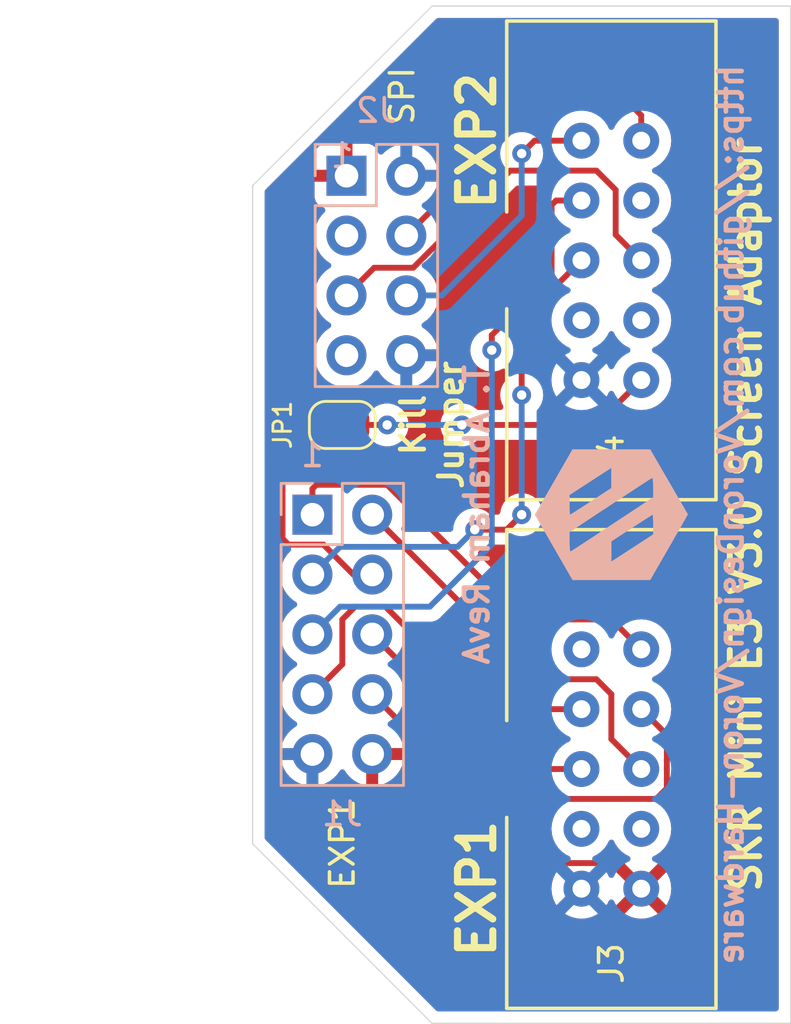
<source format=kicad_pcb>
(kicad_pcb (version 20211014) (generator pcbnew)
  (layers (0 "F.Cu" signal) (31 "B.Cu" signal) (34 "B.Paste" user) (35 "F.Paste" user) (36 "B.SilkS" user "B.Silkscreen") (37 "F.SilkS" user "F.Silkscreen") (38 "B.Mask" user) (39 "F.Mask" user) (44 "Edge.Cuts" user))
  (net 0 "")
  (net 1 "/+5V")
  (net 2 "/GND")
  (net 3 "/PB15")
  (net 4 "/PB8")
  (net 5 "/PB9")
  (net 6 "/PA10")
  (net 7 "/RST")
  (net 8 "/PA9")
  (net 9 "/PA15")
  (net 10 "/PB5")
  (net 11 "/MOSI")
  (net 12 "/SCK")
  (net 13 "/MISO")
  (net 14 "/Kill")
  (net 15 "/CS")
  (net 16 "/3V3")
  (net 19 "/Beep")
  (footprint "Library:Shrouded_2x5_pin_header" (layer "F.Cu") (at 138.43 117.475 -90)
    (fp_text reference "J3" (at 8.255 0 90) (layer "F.SilkS"))
    (fp_text value "Screen_EXP1")
    (fp_line (start -10.16 4.445) (end -10.16 -4.445) (layer "F.SilkS") (width 0.15))
    (fp_line (start -2.055 4.445) (end -10.16 4.445) (layer "F.SilkS") (width 0.15))
    (fp_line (start 10.16 4.445) (end 2.055 4.445) (layer "F.SilkS") (width 0.15))
    (fp_line (start 0 -4.445) (end 10.16 -4.445) (layer "F.SilkS") (width 0.15))
    (fp_line (start 10.16 -4.445) (end 10.16 4.445) (layer "F.SilkS") (width 0.15))
    (fp_line (start 0 -4.445) (end -10.16 -4.445) (layer "F.SilkS") (width 0.15))
    (pad "1" thru_hole circle (at -5.08 1.27 270) (size 1.524 1.524) (drill 0.762) (layers *.Cu *.Mask) (net 19 "/Beep"))
    (pad "2" thru_hole circle (at -5.08 -1.27 270) (size 1.524 1.524) (drill 0.762) (layers *.Cu *.Mask) (net 10 "/PB5"))
    (pad "3" thru_hole circle (at -2.54 1.27 270) (size 1.524 1.524) (drill 0.762) (layers *.Cu *.Mask) (net 4 "/PB8"))
    (pad "4" thru_hole circle (at -2.54 -1.27 270) (size 1.524 1.524) (drill 0.762) (layers *.Cu *.Mask) (net 3 "/PB15"))
    (pad "5" thru_hole circle (at 0 1.27 270) (size 1.524 1.524) (drill 0.762) (layers *.Cu *.Mask) (net 5 "/PB9"))
    (pad "6" thru_hole circle (at 0 -1.27 270) (size 1.524 1.524) (drill 0.762) (layers *.Cu *.Mask) (net 9 "/PA15"))
    (pad "7" thru_hole circle (at 2.54 1.27 270) (size 1.524 1.524) (drill 0.762) (layers *.Cu *.Mask))
    (pad "8" thru_hole circle (at 2.54 -1.27 270) (size 1.524 1.524) (drill 0.762) (layers *.Cu *.Mask))
    (pad "9" thru_hole circle (at 5.08 1.27 270) (size 1.524 1.524) (drill 0.762) (layers *.Cu *.Mask) (net 2 "/GND"))
    (pad "10" thru_hole circle (at 5.08 -1.27 270) (size 1.524 1.524) (drill 0.762) (layers *.Cu *.Mask) (net 1 "/+5V"))
  )
  (footprint "Library:Shrouded_2x5_pin_header" (layer "F.Cu") (at 138.43 95.885 -90)
    (fp_text reference "J4" (at 8.255 0 90) (layer "F.SilkS"))
    (fp_text value "Screen_EXP2")
    (fp_line (start 0 -4.445) (end 10.16 -4.445) (layer "F.SilkS") (width 0.15))
    (fp_line (start 0 -4.445) (end -10.16 -4.445) (layer "F.SilkS") (width 0.15))
    (fp_line (start 10.16 4.445) (end 2.055 4.445) (layer "F.SilkS") (width 0.15))
    (fp_line (start 10.16 -4.445) (end 10.16 4.445) (layer "F.SilkS") (width 0.15))
    (fp_line (start -10.16 4.445) (end -10.16 -4.445) (layer "F.SilkS") (width 0.15))
    (fp_line (start -2.055 4.445) (end -10.16 4.445) (layer "F.SilkS") (width 0.15))
    (pad "1" thru_hole circle (at -5.08 1.27 270) (size 1.524 1.524) (drill 0.762) (layers *.Cu *.Mask) (net 13 "/MISO"))
    (pad "2" thru_hole circle (at -5.08 -1.27 270) (size 1.524 1.524) (drill 0.762) (layers *.Cu *.Mask) (net 12 "/SCK"))
    (pad "3" thru_hole circle (at -2.54 1.27 270) (size 1.524 1.524) (drill 0.762) (layers *.Cu *.Mask) (net 6 "/PA10"))
    (pad "4" thru_hole circle (at -2.54 -1.27 270) (size 1.524 1.524) (drill 0.762) (layers *.Cu *.Mask))
    (pad "5" thru_hole circle (at 0 1.27 270) (size 1.524 1.524) (drill 0.762) (layers *.Cu *.Mask) (net 8 "/PA9"))
    (pad "6" thru_hole circle (at 0 -1.27 270) (size 1.524 1.524) (drill 0.762) (layers *.Cu *.Mask) (net 11 "/MOSI"))
    (pad "7" thru_hole circle (at 2.54 1.27 270) (size 1.524 1.524) (drill 0.762) (layers *.Cu *.Mask))
    (pad "8" thru_hole circle (at 2.54 -1.27 270) (size 1.524 1.524) (drill 0.762) (layers *.Cu *.Mask))
    (pad "9" thru_hole circle (at 5.08 1.27 270) (size 1.524 1.524) (drill 0.762) (layers *.Cu *.Mask) (net 2 "/GND"))
    (pad "10" thru_hole circle (at 5.08 -1.27 270) (size 1.524 1.524) (drill 0.762) (layers *.Cu *.Mask) (net 14 "/Kill"))
  )
  (footprint "Jumper:SolderJumper-2_P1.3mm_Bridged_RoundedPad1.0x1.5mm" (layer "F.Cu") (at 127 102.87)
    (fp_text reference "JP1" (at -2.54 0 90) (layer "F.SilkS") (effects (font (size 0.75 0.75) (thickness 0.12))))
    (fp_text value "Jumper_NC_Small")
    (fp_poly (pts (xy 0.25 -0.3) (xy -0.25 -0.3) (xy -0.25 0.3) (xy 0.25 0.3)) (layer "F.Cu") (width 0) (fill solid))
    (fp_line (start -0.7 -1) (end 0.7 -1) (layer "F.SilkS") (width 0.12))
    (fp_line (start -1.4 0.3) (end -1.4 -0.3) (layer "F.SilkS") (width 0.12))
    (fp_line (start 0.7 1) (end -0.7 1) (layer "F.SilkS") (width 0.12))
    (fp_line (start 1.4 -0.3) (end 1.4 0.3) (layer "F.SilkS") (width 0.12))
    (fp_arc (start -0.7 1) (mid -1.194975 0.794975) (end -1.4 0.3) (layer "F.SilkS") (width 0.12))
    (fp_arc (start 0.7 -1) (mid 1.194975 -0.794975) (end 1.4 -0.3) (layer "F.SilkS") (width 0.12))
    (fp_arc (start 1.4 0.3) (mid 1.194975 0.794975) (end 0.7 1) (layer "F.SilkS") (width 0.12))
    (fp_arc (start -1.4 -0.3) (mid -1.194975 -0.794975) (end -0.7 -1) (layer "F.SilkS") (width 0.12))
    (pad "1" smd custom locked (at -0.65 0) (size 1 0.5) (layers "F.Cu" "F.Mask") (net 7 "/RST") (options (clearance outline) (anchor rect)) (primitives (gr_circle (center 0 0.25) (end 0.5 0.25) (width 0) (fill yes)) (gr_circle (center 0 -0.25) (end 0.5 -0.25) (width 0) (fill yes)) (gr_poly (pts (xy 0.5 0.75) (xy 0 0.75) (xy 0 -0.75) (xy 0.5 -0.75)) (width 0) (fill yes))))
    (pad "2" smd custom locked (at 0.65 0) (size 1 0.5) (layers "F.Cu" "F.Mask") (net 14 "/Kill") (options (clearance outline) (anchor rect)) (primitives (gr_circle (center 0 0.25) (end 0.5 0.25) (width 0) (fill yes)) (gr_circle (center 0 -0.25) (end 0.5 -0.25) (width 0) (fill yes)) (gr_poly (pts (xy 0 0.75) (xy -0.5 0.75) (xy -0.5 -0.75) (xy 0 -0.75)) (width 0) (fill yes))))
  )
  (footprint "Connector_PinSocket_2.54mm:PinSocket_2x05_P2.54mm_Vertical" (layer "B.Cu") (at 125.73 106.68 180)
    (fp_text reference "J1" (at -1.27 -12.7) (layer "B.SilkS") (effects (justify mirror)))
    (fp_text value "Board_EXP1")
    (fp_line (start -3.87 -11.49) (end 1.33 -11.49) (layer "B.SilkS") (width 0.12))
    (fp_line (start 0 1.33) (end 1.33 1.33) (layer "B.SilkS") (width 0.12))
    (fp_line (start -1.27 -1.27) (end 1.33 -1.27) (layer "B.SilkS") (width 0.12))
    (fp_line (start 1.33 1.33) (end 1.33 0) (layer "B.SilkS") (width 0.12))
    (fp_line (start -1.27 1.33) (end -1.27 -1.27) (layer "B.SilkS") (width 0.12))
    (fp_line (start 1.33 -1.27) (end 1.33 -11.49) (layer "B.SilkS") (width 0.12))
    (fp_line (start -3.87 1.33) (end -3.87 -11.49) (layer "B.SilkS") (width 0.12))
    (fp_line (start -3.87 1.33) (end -1.27 1.33) (layer "B.SilkS") (width 0.12))
    (pad "1" thru_hole rect locked (at 0 0 180) (size 1.7 1.7) (drill 1) (layers *.Cu *.Mask) (net 10 "/PB5"))
    (pad "2" thru_hole oval locked (at -2.54 0 180) (size 1.7 1.7) (drill 1) (layers *.Cu *.Mask) (net 9 "/PA15"))
    (pad "3" thru_hole oval locked (at 0 -2.54 180) (size 1.7 1.7) (drill 1) (layers *.Cu *.Mask) (net 8 "/PA9"))
    (pad "4" thru_hole oval locked (at -2.54 -2.54 180) (size 1.7 1.7) (drill 1) (layers *.Cu *.Mask) (net 7 "/RST"))
    (pad "5" thru_hole oval locked (at 0 -5.08 180) (size 1.7 1.7) (drill 1) (layers *.Cu *.Mask) (net 6 "/PA10"))
    (pad "6" thru_hole oval locked (at -2.54 -5.08 180) (size 1.7 1.7) (drill 1) (layers *.Cu *.Mask) (net 5 "/PB9"))
    (pad "7" thru_hole oval locked (at 0 -7.62 180) (size 1.7 1.7) (drill 1) (layers *.Cu *.Mask) (net 4 "/PB8"))
    (pad "8" thru_hole oval locked (at -2.54 -7.62 180) (size 1.7 1.7) (drill 1) (layers *.Cu *.Mask) (net 3 "/PB15"))
    (pad "9" thru_hole oval locked (at 0 -10.16 180) (size 1.7 1.7) (drill 1) (layers *.Cu *.Mask) (net 2 "/GND"))
    (pad "10" thru_hole oval locked (at -2.54 -10.16 180) (size 1.7 1.7) (drill 1) (layers *.Cu *.Mask) (net 1 "/+5V"))
  )
  (footprint "Connector_PinSocket_2.54mm:PinSocket_2x04_P2.54mm_Vertical" (layer "B.Cu") (at 127.178 92.292 180)
    (fp_text reference "J2" (at -1.27 2.77) (layer "B.SilkS") (effects (justify mirror)))
    (fp_text value "Board_SPI")
    (fp_line (start -1.27 -1.27) (end 1.33 -1.27) (layer "B.SilkS") (width 0.12))
    (fp_line (start -1.27 1.33) (end -1.27 -1.27) (layer "B.SilkS") (width 0.12))
    (fp_line (start 0 1.33) (end 1.33 1.33) (layer "B.SilkS") (width 0.12))
    (fp_line (start 1.33 1.33) (end 1.33 0) (layer "B.SilkS") (width 0.12))
    (fp_line (start -3.87 1.33) (end -3.87 -8.95) (layer "B.SilkS") (width 0.12))
    (fp_line (start -3.87 -8.95) (end 1.33 -8.95) (layer "B.SilkS") (width 0.12))
    (fp_line (start -3.87 1.33) (end -1.27 1.33) (layer "B.SilkS") (width 0.12))
    (fp_line (start 1.33 -1.27) (end 1.33 -8.95) (layer "B.SilkS") (width 0.12))
    (pad "1" thru_hole rect locked (at 0 0 180) (size 1.7 1.7) (drill 1) (layers *.Cu *.Mask) (net 1 "/+5V"))
    (pad "2" thru_hole oval locked (at -2.54 0 180) (size 1.7 1.7) (drill 1) (layers *.Cu *.Mask) (net 2 "/GND"))
    (pad "3" thru_hole oval locked (at 0 -2.54 180) (size 1.7 1.7) (drill 1) (layers *.Cu *.Mask) (net 15 "/CS"))
    (pad "4" thru_hole oval locked (at -2.54 -2.54 180) (size 1.7 1.7) (drill 1) (layers *.Cu *.Mask) (net 12 "/SCK"))
    (pad "5" thru_hole oval locked (at 0 -5.08 180) (size 1.7 1.7) (drill 1) (layers *.Cu *.Mask) (net 11 "/MOSI"))
    (pad "6" thru_hole oval locked (at -2.54 -5.08 180) (size 1.7 1.7) (drill 1) (layers *.Cu *.Mask) (net 13 "/MISO"))
    (pad "7" thru_hole oval locked (at 0 -7.62 180) (size 1.7 1.7) (drill 1) (layers *.Cu *.Mask) (net 16 "/3V3"))
    (pad "8" thru_hole oval locked (at -2.54 -7.62 180) (size 1.7 1.7) (drill 1) (layers *.Cu *.Mask) (net 2 "/GND"))
  )
  (footprint "TRA_KiCad_Footprints:VoronLogo_6pt5mm_silkScreen" (layer "B.Cu") (at 138.43 106.68 -90)
    (fp_text reference "G***" hide)
    (fp_text value "LOGO" hide)
    (fp_poly (pts (xy 2.7686 1.64985) (xy 2.7686 -1.649849) (xy 1.379308 -2.450524) (xy 1.039339 -2.646185) (xy 0.729012 -2.824267) (xy 0.458882 -2.978754) (xy 0.239505 -3.10363) (xy 0.081439 -3.192877) (xy -0.004761 -3.240478) (xy -0.017692 -3.24677) (xy -0.061819 -3.221166) (xy -0.183209 -3.150713) (xy -0.371255 -3.041566) (xy -0.615351 -2.899881) (xy -0.904891 -2.731815) (xy -1.229269 -2.543525) (xy -1.397 -2.446162) (xy -2.622352 -1.734876) (xy -1.566334 -1.734876) (xy -1.527559 -1.754402) (xy -1.409521 -1.769187) (xy -1.234533 -1.776891) (xy -1.159934 -1.777479) (xy -0.7366 -1.776959) (xy -0.722179 -1.755076) (xy 0 -1.755076) (xy 0.04685 -1.765563) (xy 0.171616 -1.7735) (xy 0.350623 -1.777596) (xy 0.4191 -1.777886) (xy 0.8382 -1.777772) (xy 1.3208 -1.034043) (xy 1.485838 -0.779678) (xy 1.637963 -0.545166) (xy 1.765863 -0.347951) (xy 1.858223 -0.205476) (xy 1.897288 -0.145156) (xy 1.991177 0) (xy 1.129093 0) (xy 0.564546 -0.866076) (xy 0.394034 -1.128735) (xy 0.244186 -1.361619) (xy 0.123286 -1.551683) (xy 0.039618 -1.685882) (xy 0.001465 -1.751172) (xy 0 -1.755076) (xy -0.722179 -1.755076) (xy 0.4064 -0.042603) (xy 0.654036 0.333568) (xy 0.884037 0.683745) (xy 1.09042 0.998762) (xy 1.267202 1.269449) (xy 1.408399 1.486639) (xy 1.508029 1.641163) (xy 1.560108 1.723852) (xy 1.566333 1.734877) (xy 1.527558 1.754403) (xy 1.40952 1.769188) (xy 1.234532 1.776892) (xy 1.159933 1.77748) (xy 0.7366 1.77696) (xy -0.4064 0.042604) (xy -0.654037 -0.333567) (xy -0.884038 -0.683744) (xy -1.090421 -0.998761) (xy -1.267203 -1.269448) (xy -1.4084 -1.486638) (xy -1.50803 -1.641162) (xy -1.560109 -1.723851) (xy -1.566334 -1.734876) (xy -2.622352 -1.734876) (xy -2.7686 -1.649983) (xy -2.7686 0) (xy -1.991178 0) (xy -1.129094 0) (xy -0.564547 0.866077) (xy -0.394035 1.128736) (xy -0.244187 1.36162) (xy -0.123287 1.551684) (xy -0.039619 1.685883) (xy -0.001466 1.751173) (xy 0 1.755077) (xy -0.046851 1.765564) (xy -0.171617 1.773501) (xy -0.350624 1.777597) (xy -0.4191 1.777887) (xy -0.8382 1.777773) (xy -1.3208 1.034044) (xy -1.485839 0.779679) (xy -1.637964 0.545167) (xy -1.765864 0.347952) (xy -1.858224 0.205477) (xy -1.897289 0.145157) (xy -1.991178 0) (xy -2.7686 0) (xy -2.7686 1.64985) (xy 0 3.245448) (xy 2.7686 1.64985)) (layer "B.SilkS") (width 0.01) (fill solid))
  )
  (gr_line (start 146.05 85.09) (end 146.05 128.27) (layer "Edge.Cuts") (width 0.05))
  (gr_line (start 130.81 128.27) (end 123.19 120.65) (layer "Edge.Cuts") (width 0.05))
  (gr_line (start 123.19 92.71) (end 123.19 120.65) (layer "Edge.Cuts") (width 0.05))
  (gr_line (start 146.05 85.09) (end 130.81 85.09) (layer "Edge.Cuts") (width 0.05))
  (gr_line (start 146.05 128.27) (end 130.81 128.27) (layer "Edge.Cuts") (width 0.05))
  (gr_line (start 130.81 85.09) (end 123.19 92.71) (layer "Edge.Cuts") (width 0.05))
  (gr_text "1" (at 127 91.44) (layer "B.SilkS") (effects (font (size 1 1)) (justify mirror)))
  (gr_text "https://github.com/VoronDesign/Voron-Hardware" (at 143.51 106.68 90) (layer "B.SilkS") (effects (font (size 1 1) (thickness 0.2)) (justify mirror)))
  (gr_text "T. Abraham RevA" (at 132.715 106.68 90) (layer "B.SilkS") (effects (font (size 1 1) (thickness 0.2)) (justify mirror)))
  (gr_text "1" (at 125.73 104.14) (layer "B.SilkS") (effects (font (size 1 1)) (justify mirror)))
  (gr_text "EXP2" (at 132.715 90.805 90) (layer "F.SilkS") (effects (font (size 1.5 1.5) (thickness 0.3))))
  (gr_text "EXP1" (at 127 120.65 90) (layer "F.SilkS") (effects (font (size 1 1))))
  (gr_text "EXP1" (at 132.715 122.555 90) (layer "F.SilkS") (effects (font (size 1.5 1.5) (thickness 0.3))))
  (gr_text "SKR Mini E3 V3.0 Screen Adaptor" (at 144.145 106.68 90) (layer "F.SilkS") (effects (font (size 1.25 1.25) (thickness 0.25))))
  (gr_text "SPI" (at 129.54 88.9 90) (layer "F.SilkS") (effects (font (size 1 1))))
  (gr_text "Kill\nJumper" (at 130.81 102.87 90) (layer "F.SilkS") (effects (font (size 1 1) (thickness 0.2))))
  (segment (start 128.27 116.84) (end 128.27 118.042081) (width 0.25) (layer "F.Cu") (net 1))
  (segment (start 138.938001 121.793001) (end 139.7 122.555) (width 0.25) (layer "F.Cu") (net 1))
  (segment (start 131.695918 121.467999) (end 138.612999 121.467999) (width 0.25) (layer "F.Cu") (net 1))
  (segment (start 138.612999 121.467999) (end 138.938001 121.793001) (width 0.25) (layer "F.Cu") (net 1))
  (segment (start 128.27 118.042081) (end 131.695918 121.467999) (width 0.25) (layer "F.Cu") (net 1))
  (segment (start 140.787001 118.292999) (end 140.787001 116.022001) (width 0.25) (layer "F.Cu") (net 3))
  (segment (start 140.787001 116.022001) (end 140.461999 115.696999) (width 0.25) (layer "F.Cu") (net 3))
  (segment (start 132.715 118.745) (end 140.335 118.745) (width 0.25) (layer "F.Cu") (net 3))
  (segment (start 140.461999 115.696999) (end 139.7 114.935) (width 0.25) (layer "F.Cu") (net 3))
  (segment (start 128.27 114.3) (end 132.715 118.745) (width 0.25) (layer "F.Cu") (net 3))
  (segment (start 140.335 118.745) (end 140.787001 118.292999) (width 0.25) (layer "F.Cu") (net 3))
  (segment (start 127 113.03) (end 125.73 114.3) (width 0.25) (layer "F.Cu") (net 4))
  (segment (start 127 111.125) (end 127 113.03) (width 0.25) (layer "F.Cu") (net 4))
  (segment (start 127.540001 110.584999) (end 127 111.125) (width 0.25) (layer "F.Cu") (net 4))
  (segment (start 133.184002 114.935) (end 128.834001 110.584999) (width 0.25) (layer "F.Cu") (net 4))
  (segment (start 128.834001 110.584999) (end 127.540001 110.584999) (width 0.25) (layer "F.Cu") (net 4))
  (segment (start 137.16 114.935) (end 133.184002 114.935) (width 0.25) (layer "F.Cu") (net 4))
  (segment (start 133.985 117.475) (end 128.27 111.76) (width 0.25) (layer "F.Cu") (net 5))
  (segment (start 137.16 117.475) (end 133.985 117.475) (width 0.25) (layer "F.Cu") (net 5))
  (segment (start 136.08237 93.345) (end 137.16 93.345) (width 0.25) (layer "F.Cu") (net 6))
  (segment (start 135.89 96.51859) (end 135.89 93.53737) (width 0.25) (layer "F.Cu") (net 6))
  (segment (start 135.89 93.53737) (end 136.08237 93.345) (width 0.25) (layer "F.Cu") (net 6))
  (segment (start 133.35 99.695) (end 133.35 99.05859) (width 0.25) (layer "F.Cu") (net 6))
  (segment (start 133.35 99.05859) (end 135.89 96.51859) (width 0.25) (layer "F.Cu") (net 6))
  (via (at 133.35 99.695) (size 0.8) (drill 0.4) (layers "F.Cu" "B.Cu") (net 6))
  (segment (start 126.579999 110.910001) (end 125.73 111.76) (width 0.25) (layer "B.Cu") (net 6))
  (segment (start 133.35 107.95141) (end 130.716411 110.584999) (width 0.25) (layer "B.Cu") (net 6))
  (segment (start 130.716411 110.584999) (end 126.905001 110.584999) (width 0.25) (layer "B.Cu") (net 6))
  (segment (start 126.905001 110.584999) (end 126.579999 110.910001) (width 0.25) (layer "B.Cu") (net 6))
  (segment (start 133.35 99.695) (end 133.35 107.95141) (width 0.25) (layer "B.Cu") (net 6))
  (segment (start 124.46 104.76) (end 126.35 102.87) (width 0.25) (layer "F.Cu") (net 7))
  (segment (start 126.199002 107.95) (end 124.714998 107.95) (width 0.25) (layer "F.Cu") (net 7))
  (segment (start 128.27 109.22) (end 127.469002 109.22) (width 0.25) (layer "F.Cu") (net 7))
  (segment (start 124.46 107.695002) (end 124.46 104.76) (width 0.25) (layer "F.Cu") (net 7))
  (segment (start 124.714998 107.95) (end 124.46 107.695002) (width 0.25) (layer "F.Cu") (net 7))
  (segment (start 127.469002 109.22) (end 126.199002 107.95) (width 0.25) (layer "F.Cu") (net 7))
  (segment (start 134.62 106.68) (end 134.62 106.68) (width 0.25) (layer "F.Cu") (net 8))
  (segment (start 132.625 107.315) (end 133.985 107.315) (width 0.25) (layer "F.Cu") (net 8))
  (segment (start 133.985 107.315) (end 134.62 106.68) (width 0.25) (layer "F.Cu") (net 8))
  (segment (start 134.62 98.425) (end 137.16 95.885) (width 0.25) (layer "F.Cu") (net 8))
  (segment (start 134.62 101.6) (end 134.62 98.425) (width 0.25) (layer "F.Cu") (net 8))
  (via (at 132.625 107.315) (size 0.8) (drill 0.4) (layers "F.Cu" "B.Cu") (net 8))
  (via (at 134.62 106.68) (size 0.8) (drill 0.4) (layers "F.Cu" "B.Cu") (net 8))
  (via (at 134.62 101.6) (size 0.8) (drill 0.4) (layers "F.Cu" "B.Cu") (net 8))
  (segment (start 134.62 106.68) (end 134.62 101.6) (width 0.25) (layer "B.Cu") (net 8))
  (segment (start 131.895001 108.044999) (end 132.625 107.315) (width 0.25) (layer "B.Cu") (net 8))
  (segment (start 125.73 109.22) (end 126.905001 108.044999) (width 0.25) (layer "B.Cu") (net 8))
  (segment (start 126.905001 108.044999) (end 131.895001 108.044999) (width 0.25) (layer "B.Cu") (net 8))
  (segment (start 138.43 116.205) (end 138.43 114.3) (width 0.25) (layer "F.Cu") (net 9))
  (segment (start 139.7 117.475) (end 138.43 116.205) (width 0.25) (layer "F.Cu") (net 9))
  (segment (start 135.255 113.665) (end 128.27 106.68) (width 0.25) (layer "F.Cu") (net 9))
  (segment (start 137.795 113.665) (end 135.255 113.665) (width 0.25) (layer "F.Cu") (net 9))
  (segment (start 138.43 114.3) (end 137.795 113.665) (width 0.25) (layer "F.Cu") (net 9))
  (segment (start 125.9 105.41) (end 125.73 105.58) (width 0.25) (layer "F.Cu") (net 10))
  (segment (start 139.7 112.395) (end 138.43 111.125) (width 0.25) (layer "F.Cu") (net 10))
  (segment (start 128.905 105.41) (end 125.9 105.41) (width 0.25) (layer "F.Cu") (net 10))
  (segment (start 134.62 111.125) (end 128.905 105.41) (width 0.25) (layer "F.Cu") (net 10))
  (segment (start 138.43 111.125) (end 134.62 111.125) (width 0.25) (layer "F.Cu") (net 10))
  (segment (start 125.73 105.58) (end 125.73 106.68) (width 0.25) (layer "F.Cu") (net 10))
  (segment (start 128.352511 96.197489) (end 127.178 97.372) (width 0.25) (layer "F.Cu") (net 11))
  (segment (start 138.612999 92.892999) (end 138.612999 94.797999) (width 0.25) (layer "F.Cu") (net 11))
  (segment (start 138.612999 94.797999) (end 139.7 95.885) (width 0.25) (layer "F.Cu") (net 11))
  (segment (start 134.13601 92.075) (end 130.013521 96.197489) (width 0.25) (layer "F.Cu") (net 11))
  (segment (start 130.013521 96.197489) (end 128.352511 96.197489) (width 0.25) (layer "F.Cu") (net 11))
  (segment (start 137.795 92.075) (end 138.612999 92.892999) (width 0.25) (layer "F.Cu") (net 11))
  (segment (start 137.795 92.075) (end 134.13601 92.075) (width 0.25) (layer "F.Cu") (net 11))
  (segment (start 135.65 88.9) (end 129.718 94.832) (width 0.25) (layer "F.Cu") (net 12))
  (segment (start 129.718 94.682386) (end 129.718 94.832) (width 0.25) (layer "F.Cu") (net 12))
  (segment (start 138.87263 88.9) (end 135.65 88.9) (width 0.25) (layer "F.Cu") (net 12))
  (segment (start 139.7 89.72737) (end 138.87263 88.9) (width 0.25) (layer "F.Cu") (net 12))
  (segment (start 139.7 90.805) (end 139.7 89.72737) (width 0.25) (layer "F.Cu") (net 12))
  (segment (start 135.1655 90.805) (end 134.62 91.3505) (width 0.25) (layer "F.Cu") (net 13))
  (segment (start 137.16 90.805) (end 135.1655 90.805) (width 0.25) (layer "F.Cu") (net 13))
  (segment (start 129.673 97.028) (end 130.302 97.028) (width 0.25) (layer "F.Cu") (net 13))
  (via (at 134.62 91.3505) (size 0.8) (drill 0.4) (layers "F.Cu" "B.Cu") (net 13))
  (segment (start 134.62 93.98) (end 131.228 97.372) (width 0.25) (layer "B.Cu") (net 13))
  (segment (start 134.62 91.3505) (end 134.62 93.98) (width 0.25) (layer "B.Cu") (net 13))
  (segment (start 131.228 97.372) (end 129.718 97.372) (width 0.25) (layer "B.Cu") (net 13))
  (segment (start 132.08 102.87) (end 137.795 102.87) (width 0.25) (layer "F.Cu") (net 14))
  (segment (start 127.65 102.87) (end 128.905 102.87) (width 0.25) (layer "F.Cu") (net 14))
  (segment (start 137.795 102.87) (end 139.7 100.965) (width 0.25) (layer "F.Cu") (net 14))
  (via (at 132.08 102.87) (size 0.8) (drill 0.4) (layers "F.Cu" "B.Cu") (net 14))
  (via (at 128.905 102.87) (size 0.8) (drill 0.4) (layers "F.Cu" "B.Cu") (net 14))
  (segment (start 128.905 102.87) (end 132.08 102.87) (width 0.25) (layer "B.Cu") (net 14))
  (segment (start 127.133 99.568) (end 127.127 99.568) (width 0.25) (layer "F.Cu") (net 16))
  (zone (net 1) (net_name "/+5V") (layer "F.Cu") (connect_pads (clearance 0.508)) (min_thickness 0.254) (fill yes (thermal_gap 0.508) (thermal_bridge_width 0.508))
    (polygon (pts (xy 123.19 120.65) (xy 123.19 92.71) (xy 130.81 85.09) (xy 146.05 85.09) (xy 146.05 128.27) (xy 130.81 128.27)))
  )
  (zone (net 2) (net_name "/GND") (layer "B.Cu") (connect_pads (clearance 0.508)) (min_thickness 0.254) (fill yes (thermal_gap 0.508) (thermal_bridge_width 0.508))
    (polygon (pts (xy 123.19 120.65) (xy 123.19 92.71) (xy 130.81 85.09) (xy 146.05 85.09) (xy 146.05 128.27) (xy 130.81 128.27)))
  )
)
</source>
